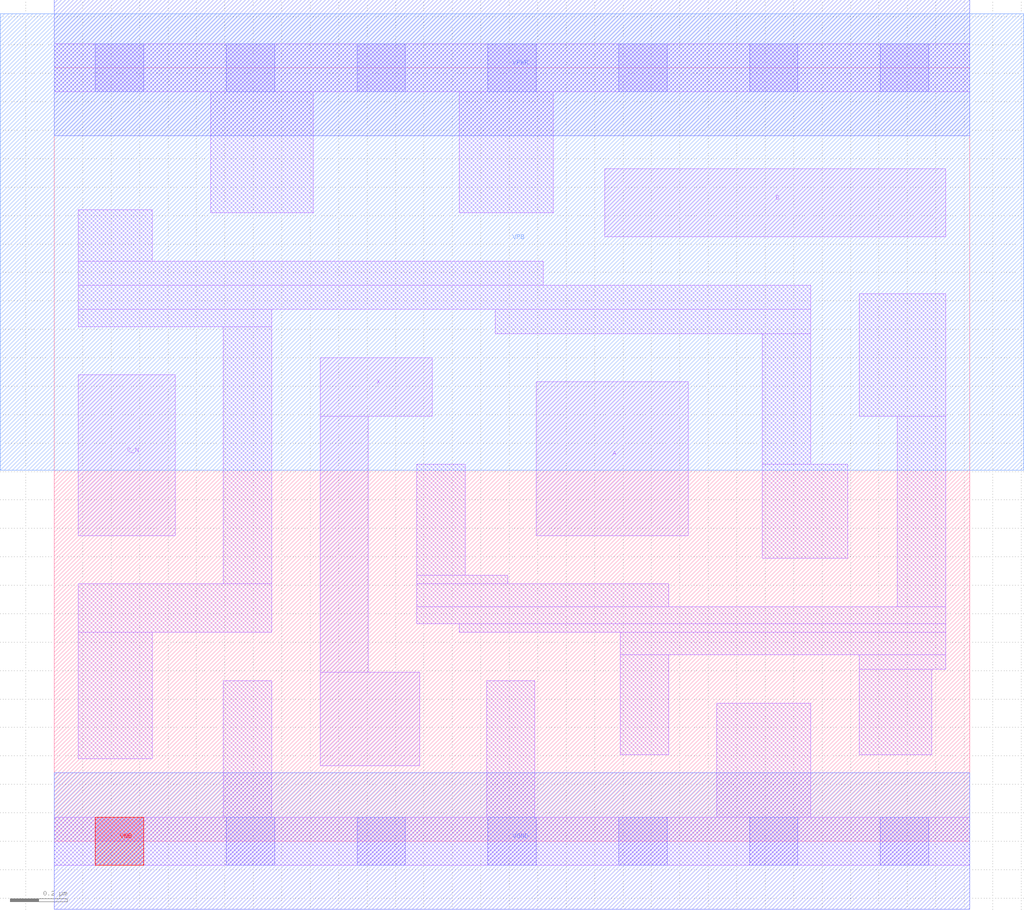
<source format=lef>
# Copyright 2020 The SkyWater PDK Authors
#
# Licensed under the Apache License, Version 2.0 (the "License");
# you may not use this file except in compliance with the License.
# You may obtain a copy of the License at
#
#     https://www.apache.org/licenses/LICENSE-2.0
#
# Unless required by applicable law or agreed to in writing, software
# distributed under the License is distributed on an "AS IS" BASIS,
# WITHOUT WARRANTIES OR CONDITIONS OF ANY KIND, either express or implied.
# See the License for the specific language governing permissions and
# limitations under the License.
#
# SPDX-License-Identifier: Apache-2.0

VERSION 5.7 ;
  NOWIREEXTENSIONATPIN ON ;
  DIVIDERCHAR "/" ;
  BUSBITCHARS "[]" ;
MACRO sky130_fd_sc_hd__or3b_2
  CLASS CORE ;
  FOREIGN sky130_fd_sc_hd__or3b_2 ;
  ORIGIN  0.000000  0.000000 ;
  SIZE  3.220000 BY  2.720000 ;
  SYMMETRY X Y R90 ;
  SITE unithd ;
  PIN A
    ANTENNAGATEAREA  0.126000 ;
    DIRECTION INPUT ;
    USE SIGNAL ;
    PORT
      LAYER li1 ;
        RECT 1.695000 1.075000 2.230000 1.615000 ;
    END
  END A
  PIN B
    ANTENNAGATEAREA  0.126000 ;
    DIRECTION INPUT ;
    USE SIGNAL ;
    PORT
      LAYER li1 ;
        RECT 1.935000 2.125000 3.135000 2.365000 ;
    END
  END B
  PIN C_N
    ANTENNAGATEAREA  0.126000 ;
    DIRECTION INPUT ;
    USE SIGNAL ;
    PORT
      LAYER li1 ;
        RECT 0.085000 1.075000 0.425000 1.640000 ;
    END
  END C_N
  PIN VNB
    PORT
      LAYER pwell ;
        RECT 0.145000 -0.085000 0.315000 0.085000 ;
    END
  END VNB
  PIN VPB
    PORT
      LAYER nwell ;
        RECT -0.190000 1.305000 3.410000 2.910000 ;
    END
  END VPB
  PIN X
    ANTENNADIFFAREA  0.445500 ;
    DIRECTION OUTPUT ;
    USE SIGNAL ;
    PORT
      LAYER li1 ;
        RECT 0.935000 0.265000 1.285000 0.595000 ;
        RECT 0.935000 0.595000 1.105000 1.495000 ;
        RECT 0.935000 1.495000 1.330000 1.700000 ;
    END
  END X
  PIN VGND
    DIRECTION INOUT ;
    SHAPE ABUTMENT ;
    USE GROUND ;
    PORT
      LAYER met1 ;
        RECT 0.000000 -0.240000 3.220000 0.240000 ;
    END
  END VGND
  PIN VPWR
    DIRECTION INOUT ;
    SHAPE ABUTMENT ;
    USE POWER ;
    PORT
      LAYER met1 ;
        RECT 0.000000 2.480000 3.220000 2.960000 ;
    END
  END VPWR
  OBS
    LAYER li1 ;
      RECT 0.000000 -0.085000 3.220000 0.085000 ;
      RECT 0.000000  2.635000 3.220000 2.805000 ;
      RECT 0.085000  0.290000 0.345000 0.735000 ;
      RECT 0.085000  0.735000 0.765000 0.905000 ;
      RECT 0.085000  1.810000 0.765000 1.870000 ;
      RECT 0.085000  1.870000 2.660000 1.955000 ;
      RECT 0.085000  1.955000 1.720000 2.040000 ;
      RECT 0.085000  2.040000 0.345000 2.220000 ;
      RECT 0.550000  2.210000 0.910000 2.635000 ;
      RECT 0.595000  0.085000 0.765000 0.565000 ;
      RECT 0.595000  0.905000 0.765000 1.810000 ;
      RECT 1.275000  0.765000 3.135000 0.825000 ;
      RECT 1.275000  0.825000 2.160000 0.905000 ;
      RECT 1.275000  0.905000 1.595000 0.935000 ;
      RECT 1.275000  0.935000 1.445000 1.325000 ;
      RECT 1.425000  0.735000 3.135000 0.765000 ;
      RECT 1.425000  2.210000 1.755000 2.635000 ;
      RECT 1.520000  0.085000 1.690000 0.565000 ;
      RECT 1.550000  1.785000 2.660000 1.870000 ;
      RECT 1.990000  0.305000 2.160000 0.655000 ;
      RECT 1.990000  0.655000 3.135000 0.735000 ;
      RECT 2.330000  0.085000 2.660000 0.485000 ;
      RECT 2.490000  0.995000 2.790000 1.325000 ;
      RECT 2.490000  1.325000 2.660000 1.785000 ;
      RECT 2.830000  0.305000 3.085000 0.605000 ;
      RECT 2.830000  0.605000 3.135000 0.655000 ;
      RECT 2.830000  1.495000 3.135000 1.925000 ;
      RECT 2.965000  0.825000 3.135000 1.495000 ;
    LAYER mcon ;
      RECT 0.145000 -0.085000 0.315000 0.085000 ;
      RECT 0.145000  2.635000 0.315000 2.805000 ;
      RECT 0.605000 -0.085000 0.775000 0.085000 ;
      RECT 0.605000  2.635000 0.775000 2.805000 ;
      RECT 1.065000 -0.085000 1.235000 0.085000 ;
      RECT 1.065000  2.635000 1.235000 2.805000 ;
      RECT 1.525000 -0.085000 1.695000 0.085000 ;
      RECT 1.525000  2.635000 1.695000 2.805000 ;
      RECT 1.985000 -0.085000 2.155000 0.085000 ;
      RECT 1.985000  2.635000 2.155000 2.805000 ;
      RECT 2.445000 -0.085000 2.615000 0.085000 ;
      RECT 2.445000  2.635000 2.615000 2.805000 ;
      RECT 2.905000 -0.085000 3.075000 0.085000 ;
      RECT 2.905000  2.635000 3.075000 2.805000 ;
  END
END sky130_fd_sc_hd__or3b_2
END LIBRARY

</source>
